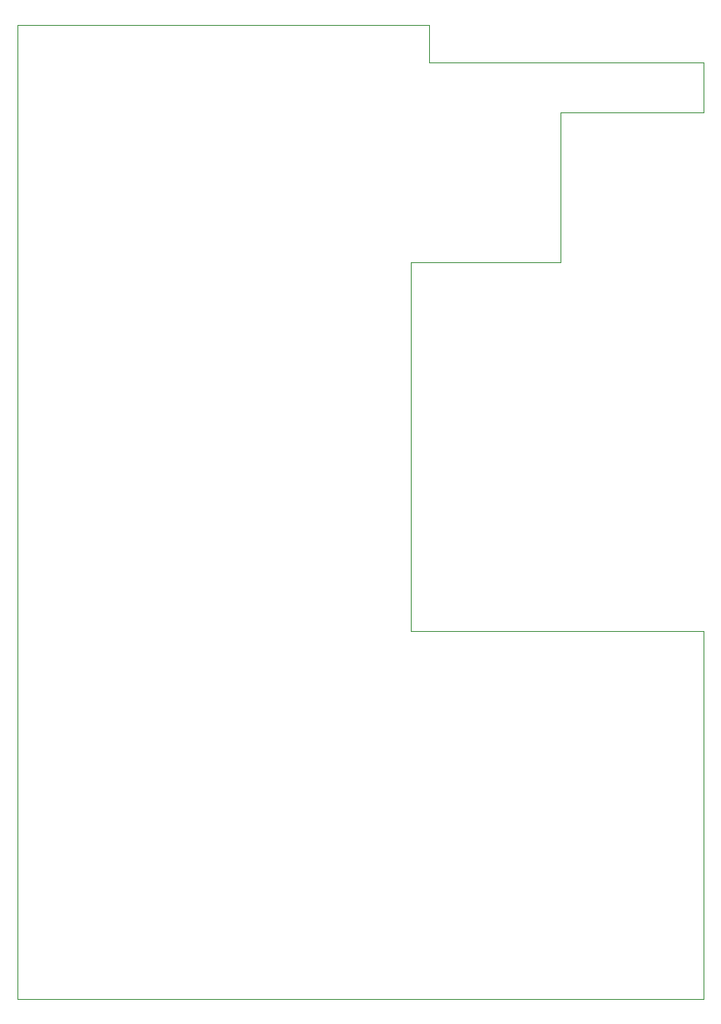
<source format=gm1>
G04 #@! TF.FileFunction,Profile,NP*
%FSLAX46Y46*%
G04 Gerber Fmt 4.6, Leading zero omitted, Abs format (unit mm)*
G04 Created by KiCad (PCBNEW 4.0.7) date 03/23/18 18:31:04*
%MOMM*%
%LPD*%
G01*
G04 APERTURE LIST*
%ADD10C,0.100000*%
G04 APERTURE END LIST*
D10*
X118110000Y-152400000D02*
X187960000Y-152400000D01*
X118110000Y-53340000D02*
X160020000Y-53340000D01*
X118110000Y-53340000D02*
X118110000Y-152400000D01*
X160020000Y-53340000D02*
X160020000Y-57150000D01*
X173355000Y-77470000D02*
X158115000Y-77470000D01*
X173355000Y-62230000D02*
X173355000Y-77470000D01*
X187960000Y-62230000D02*
X173355000Y-62230000D01*
X187960000Y-57150000D02*
X187960000Y-62230000D01*
X158115000Y-114935000D02*
X158115000Y-77470000D01*
X187960000Y-114935000D02*
X158115000Y-114935000D01*
X160020000Y-57150000D02*
X187960000Y-57150000D01*
X187960000Y-152400000D02*
X187960000Y-114935000D01*
M02*

</source>
